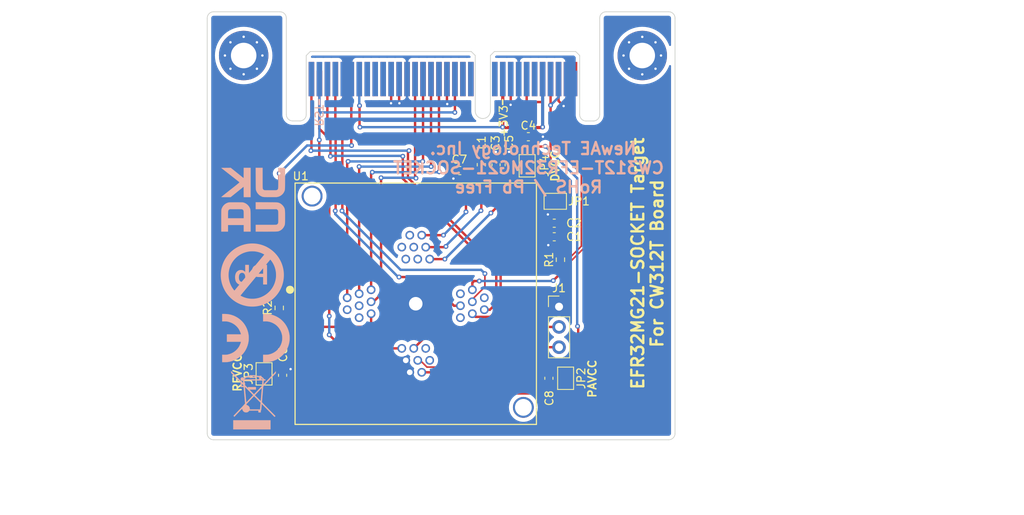
<source format=kicad_pcb>
(kicad_pcb (version 20240108) (generator "pcbnew") (generator_version "8.0")
  (layers (0 "F.Cu" signal) (31 "B.Cu" signal) (34 "B.Paste" user) (35 "F.Paste" user) (36 "B.SilkS" user "B.Silkscreen") (37 "F.SilkS" user "F.Silkscreen") (38 "B.Mask" user) (39 "F.Mask" user) (44 "Edge.Cuts" user))
  (net 0 "")
  (net 1 "+3V3")
  (net 2 "GND")
  (net 3 "Net-(U1-PAVDD)")
  (net 4 "Net-(U1-DVDD)")
  (net 5 "Net-(U1-AVDD)")
  (net 6 "/SHUNTH")
  (net 7 "Net-(U1-RF2G4_IO2)")
  (net 8 "Net-(U1-RF2G4_IO1)")
  (net 9 "/SWCLK")
  (net 16 "/RST")
  (net 17 "/GPIO1")
  (net 18 "Net-(P1-CLKOUT)")
  (net 20 "/GPIO4")
  (net 24 "/GPIO2")
  (net 25 "/FILT")
  (net 33 "Net-(P1-FILTIN)")
  (net 35 "/SWDIO")
  (net 39 "/GPIO3")
  (net 40 "/TDI")
  (net 42 "/TDO")
  (net 44 "/SHUNTL")
  (net 55 "/CLKIN")
  (footprint "Inductor_SMD:L_0603_1608Metric" (layer "F.Cu") (at 144.875 85.162499 -90)
    (property "Reference" "L1" (at -2.762499 -0.025 90) (layer "F.SilkS"))
    (property "Value" "IND_1K_0603")
    (pad "1" smd roundrect (at -0.7875 0 270) (size 0.875 0.95) (layers "F.Cu" "F.Paste" "F.Mask") (net 1 "+3V3"))
    (pad "2" smd roundrect (at 0.7875 0 270) (size 0.875 0.95) (layers "F.Cu" "F.Paste" "F.Mask") (net 5 "Net-(U1-AVDD)"))
  )
  (footprint "Capacitor_SMD:C_0603_1608Metric" (layer "F.Cu") (at 154.025 92.5)
    (property "Reference" "C2" (at 2.475 0 0) (layer "F.SilkS"))
    (property "Value" "CAP_2u2_10V_0603")
    (pad "1" smd roundrect (at -0.775 0) (size 0.9 0.95) (layers "F.Cu" "F.Paste" "F.Mask") (net 2 "GND"))
    (pad "2" smd roundrect (at 0.775 0) (size 0.9 0.95) (layers "F.Cu" "F.Paste" "F.Mask") (net 6 "/SHUNTH"))
  )
  (footprint "tutorial_2_library:CW312_Template" (layer "F.Cu") (at 115.065 71.465)
    (property "Reference" "P1" (hide yes))
    (property "Value" "PCIEx4 EDGE CONNECTOR")
    (fp_line (start -4.57 -4.69) (end -4.57 47.4) (stroke (width 0.1)) (layer "Edge.Cuts"))
    (fp_line (start 4.55 -5.49) (end -3.77 -5.49) (stroke (width 0.1)) (layer "Edge.Cuts"))
    (fp_line (start 5.35 7.4) (end 5.35 -4.69) (stroke (width 0.1)) (layer "Edge.Cuts"))
    (fp_line (start 7.05 8.2) (end 6.15 8.2) (stroke (width 0.1)) (layer "Edge.Cuts"))
    (fp_line (start 7.85 0) (end 8.35 -0.5) (stroke (width 0.1)) (layer "Edge.Cuts"))
    (fp_line (start 7.85 7.4) (end 7.85 0) (stroke (width 0.1)) (layer "Edge.Cuts"))
    (fp_line (start 28.55 -0.5) (end 8.35 -0.5) (stroke (width 0.1)) (layer "Edge.Cuts"))
    (fp_line (start 29.05 0) (end 28.55 -0.5) (stroke (width 0.1)) (layer "Edge.Cuts"))
    (fp_line (start 29.05 6.95) (end 29.05 0) (stroke (width 0.1)) (layer "Edge.Cuts"))
    (fp_line (start 30.95 0) (end 31.45 -0.5) (stroke (width 0.1)) (layer "Edge.Cuts"))
    (fp_line (start 30.95 6.95) (end 30.95 0) (stroke (width 0.1)) (layer "Edge.Cuts"))
    (fp_line (start 41.65 -0.5) (end 31.45 -0.5) (stroke (width 0.1)) (layer "Edge.Cuts"))
    (fp_line (start 42.15 0) (end 41.65 -0.5) (stroke (width 0.1)) (layer "Edge.Cuts"))
    (fp_line (start 42.15 7.41) (end 42.15 0) (stroke (width 0.1)) (layer "Edge.Cuts"))
    (fp_line (start 42.95 8.21) (end 43.86 8.21) (stroke (width 0.1)) (layer "Edge.Cuts"))
    (fp_line (start 44.66 7.41) (end 44.66 -4.69) (stroke (width 0.1)) (layer "Edge.Cuts"))
    (fp_line (start 45.46 -5.49) (end 53.31 -5.49) (stroke (width 0.1)) (layer "Edge.Cuts"))
    (fp_line (start 53.31 48.2) (end -3.77 48.2) (stroke (width 0.1)) (layer "Edge.Cuts"))
    (fp_line (start 54.11 -4.69) (end 54.11 47.4) (stroke (width 0.1)) (layer "Edge.Cuts"))
    (fp_arc (start -4.57 -4.69) (mid -4.335685 -5.255685) (end -3.77 -5.49) (stroke (width 0.1)) (layer "Edge.Cuts"))
    (fp_arc (start -3.77 48.2) (mid -4.335685 47.965685) (end -4.57 47.4) (stroke (width 0.1)) (layer "Edge.Cuts"))
    (fp_arc (start 4.55 -5.49) (mid 5.115685 -5.255685) (end 5.35 -4.69) (stroke (width 0.1)) (layer "Edge.Cuts"))
    (fp_arc (start 6.15 8.2) (mid 5.584315 7.965685) (end 5.35 7.4) (stroke (width 0.1)) (layer "Edge.Cuts"))
    (fp_arc (start 7.85 7.4) (mid 7.615685 7.965685) (end 7.05 8.2) (stroke (width 0.1)) (layer "Edge.Cuts"))
    (fp_arc (start 30.95 6.95) (mid 30 7.9) (end 29.05 6.95) (stroke (width 0.1)) (layer "Edge.Cuts"))
    (fp_arc (start 42.95 8.21) (mid 42.384315 7.975685) (end 42.15 7.41) (stroke (width 0.1)) (layer "Edge.Cuts"))
    (fp_arc (start 44.66 -4.69) (mid 44.894315 -5.255685) (end 45.46 -5.49) (stroke (width 0.1)) (layer "Edge.Cuts"))
    (fp_arc (start 44.66 7.41) (mid 44.425685 7.975685) (end 43.86 8.21) (stroke (width 0.1)) (layer "Edge.Cuts"))
    (fp_arc (start 53.31 -5.49) (mid 53.875685 -5.255685) (end 54.11 -4.69) (stroke (width 0.1)) (layer "Edge.Cuts"))
    (fp_arc (start 54.11 47.4) (mid 53.875685 47.965685) (end 53.31 48.2) (stroke (width 0.1)) (layer "Edge.Cuts"))
    (pad "A1" connect rect (at 41.5 3.5 180) (size 0.7 3.2) (layers "B.Cu" "B.Mask") (net 2 "GND"))
    (pad "A2" connect rect (at 40.5 2.95 180) (size 0.7 4.3) (layers "B.Cu" "B.Mask") (net 2 "GND"))
    (pad "A3" connect rect (at 39.5 2.95 180) (size 0.7 4.3) (layers "B.Cu" "B.Mask") (net 25 "/FILT"))
    (pad "A4" connect rect (at 38.5 2.95 180) (size 0.7 4.3) (layers "B.Cu" "B.Mask"))
    (pad "A5" connect rect (at 37.5 2.95 180) (size 0.7 4.3) (layers "B.Cu" "B.Mask") (net 1 "+3V3"))
    (pad "A6" connect rect (at 36.5 2.95 180) (size 0.7 4.3) (layers "B.Cu" "B.Mask"))
    (pad "A7" connect rect (at 35.5 2.95 180) (size 0.7 4.3) (layers "B.Cu" "B.Mask"))
    (pad "A8" connect rect (at 34.5 2.95 180) (size 0.7 4.3) (layers "B.Cu" "B.Mask") (net 2 "GND"))
    (pad "A9" connect rect (at 33.5 2.95 180) (size 0.7 4.3) (layers "B.Cu" "B.Mask"))
    (pad "A10" connect rect (at 32.5 2.95 180) (size 0.7 4.3) (layers "B.Cu" "B.Mask"))
    (pad "A11" connect rect (at 31.5 2.95 180) (size 0.7 4.3) (layers "B.Cu" "B.Mask"))
    (pad "A12" connect rect (at 28.5 2.95 180) (size 0.7 4.3) (layers "B.Cu" "B.Mask"))
    (pad "A13" connect rect (at 27.5 2.95 180) (size 0.7 4.3) (layers "B.Cu" "B.Mask"))
    (pad "A14" connect rect (at 26.5 2.95 180) (size 0.7 4.3) (layers "B.Cu" "B.Mask"))
    (pad "A15" connect rect (at 25.5 2.95 180) (size 0.7 4.3) (layers "B.Cu" "B.Mask"))
    (pad "A16" connect rect (at 24.5 2.95 180) (size 0.7 4.3) (layers "B.Cu" "B.Mask"))
    (pad "A17" connect rect (at 23.5 2.95 180) (size 0.7 4.3) (layers "B.Cu" "B.Mask"))
    (pad "A18" connect rect (at 22.5 2.95 180) (size 0.7 4.3) (layers "B.Cu" "B.Mask"))
    (pad "A19" connect rect (at 21.5 2.95 180) (size 0.7 4.3) (layers "B.Cu" "B.Mask"))
    (pad "A20" connect rect (at 20.5 2.95 180) (size 0.7 4.3) (layers "B.Cu" "B.Mask") (net 2 "GND"))
    (pad "A21" connect rect (at 19.5 2.95 180) (size 0.7 4.3) (layers "B.Cu" "B.Mask"))
    (pad "A22" connect rect (at 18.5 2.95 180) (size 0.7 4.3) (layers "B.Cu" "B.Mask"))
    (pad "A23" connect rect (at 17.5 2.95 180) (size 0.7 4.3) (layers "B.Cu" "B.Mask"))
    (pad "A24" connect rect (at 16.5 2.95 180) (size 0.7 4.3) (layers "B.Cu" "B.Mask"))
    (pad "A25" connect rect (at 15.5 2.95 180) (size 0.7 4.3) (layers "B.Cu" "B.Mask"))
    (pad "A26" connect rect (at 14.5 2.95 180) (size 0.7 4.3) (layers "B.Cu" "B.Mask") (net 1 "+3V3"))
    (pad "A27" connect rect (at 13.5 2.95 180) (size 0.7 4.3) (layers "B.Cu" "B.Mask") (net 2 "GND"))
    (pad "A28" connect rect (at 12.5 2.95 180) (size 0.7 4.3) (layers "B.Cu" "B.Mask") (net 2 "GND"))
    (pad "A29" connect rect (at 11.5 2.95 180) (size 0.7 4.3) (layers "B.Cu" "B.Mask"))
    (pad "A30" connect rect (at 10.5 2.95 180) (size 0.7 4.3) (layers "B.Cu" "B.Mask"))
    (pad "A31" connect rect (at 9.5 2.95 180) (size 0.7 4.3) (layers "B.Cu" "B.Mask") (net 16 "/RST"))
    (pad "A32" connect rect (at 8.5 2.95 180) (size 0.7 4.3) (layers "B.Cu" "B.Mask"))
    (pad "B1" connect rect (at 41.5 2.95 180) (size 0.7 4.3) (layers "F.Cu" "F.Mask") (net 44 "/SHUNTL"))
    (pad "B2" connect rect (at 40.5 2.95 180) (size 0.7 4.3) (layers "F.Cu" "F.Mask") (net 6 "/SHUNTH"))
    (pad "B3" connect rect (at 39.5 2.95 180) (size 0.7 4.3) (layers "F.Cu" "F.Mask") (net 2 "GND"))
    (pad "B4" connect rect (at 38.5 2.95 180) (size 0.7 4.3) (layers "F.Cu" "F.Mask") (net 25 "/FILT"))
    (pad "B5" connect rect (at 37.5 2.95 180) (size 0.7 4.3) (layers "F.Cu" "F.Mask") (net 33 "Net-(P1-FILTIN)"))
    (pad "B6" connect rect (at 36.5 2.95 180) (size 0.7 4.3) (layers "F.Cu" "F.Mask"))
    (pad "B7" connect rect (at 35.5 2.95 180) (size 0.7 4.3) (layers "F.Cu" "F.Mask") (net 33 "Net-(P1-FILTIN)"))
    (pad "B8" connect rect (at 34.5 2.95 180) (size 0.7 4.3) (layers "F.Cu" "F.Mask"))
    (pad "B9" connect rect (at 33.5 2.95 180) (size 0.7 4.3) (layers "F.Cu" "F.Mask") (net 2 "GND"))
    (pad "B10" connect rect (at 32.5 2.95 180) (size 0.7 4.3) (layers "F.Cu" "F.Mask") (net 1 "+3V3"))
    (pad "B11" connect rect (at 31.5 2.95 180) (size 0.7 4.3) (layers "F.Cu" "F.Mask"))
    (pad "B12" connect rect (at 28.5 2.95 180) (size 0.7 4.3) (layers "F.Cu" "F.Mask"))
    (pad "B13" connect rect (at 27.5 2.95 180) (size 0.7 4.3) (layers "F.Cu" "F.Mask"))
    (pad "B14" connect rect (at 26.5 2.95 180) (size 0.7 4.3) (layers "F.Cu" "F.Mask") (net 16 "/RST"))
    (pad "B15" connect rect (at 25.5 2.95 180) (size 0.7 4.3) (layers "F.Cu" "F.Mask") (net 2 "GND"))
    (pad "B16" connect rect (at 24.5 2.95 180) (size 0.7 4.3) (layers "F.Cu" "F.Mask") (net 17 "/GPIO1"))
    (pad "B17" connect rect (at 23.5 2.95 180) (size 0.7 4.3) (layers "F.Cu" "F.Mask") (net 24 "/GPIO2"))
    (pad "B18" connect rect (at 22.5 2.95 180) (size 0.7 4.3) (layers "F.Cu" "F.Mask") (net 39 "/GPIO3"))
    (pad "B19" connect rect (at 21.5 2.95 180) (size 0.7 4.3) (layers "F.Cu" "F.Mask") (net 20 "/GPIO4"))
    (pad "B20" connect rect (at 20.5 2.95 180) (size 0.7 4.3) (layers "F.Cu" "F.Mask"))
    (pad "B21" connect rect (at 19.5 2.95 180) (size 0.7 4.3) (layers "F.Cu" "F.Mask") (net 2 "GND"))
    (pad "B22" connect rect (at 18.5 2.95 180) (size 0.7 4.3) (layers "F.Cu" "F.Mask") (net 2 "GND"))
    (pad "B23" connect rect (at 17.5 2.95 180) (size 0.7 4.3) (layers "F.Cu" "F.Mask"))
    (pad "B24" connect rect (at 16.5 2.95 180) (size 0.7 4.3) (layers "F.Cu" "F.Mask"))
    (pad "B25" connect rect (at 15.5 2.95 180) (size 0.7 4.3) (layers "F.Cu" "F.Mask"))
    (pad "B26" connect rect (at 14.5 2.95 180) (size 0.7 4.3) (layers "F.Cu" "F.Mask"))
    (pad "B27" connect rect (at 13.5 2.95 180) (size 0.7 4.3) (layers "F.Cu" "F.Mask") (net 18 "Net-(P1-CLKOUT)"))
    (pad "B28" connect rect (at 12.5 2.95 180) (size 0.7 4.3) (layers "F.Cu" "F.Mask"))
    (pad "B29" connect rect (at 11.5 2.95 180) (size 0.7 4.3) (layers "F.Cu" "F.Mask") (net 40 "/TDI"))
    (pad "B30" connect rect (at 10.5 2.95 180) (size 0.7 4.3) (layers "F.Cu" "F.Mask") (net 42 "/TDO"))
    (pad "B31" connect rect (at 9.5 3.5 180) (size 0.7 3.2) (layers "F.Cu" "F.Mask") (net 35 "/SWDIO"))
    (pad "B32" connect rect (at 8.5 2.95 180) (size 0.7 4.3) (layers "F.Cu" "F.Mask") (net 9 "/SWCLK"))
    (pad "MH" thru_hole circle (at -2.35 0) (size 1 1) (drill 0.3) (layers "*.Cu" "*.Mask"))
    (pad "MH" thru_hole circle (at -1.66 -1.66) (size 1 1) (drill 0.3) (layers "*.Cu" "*.Mask"))
    (pad "MH" thru_hole circle (at -1.66 1.66) (size 1 1) (drill 0.3) (layers "*.Cu" "*.Mask"))
    (pad "MH" thru_hole circle (at 0 -2.35) (size 1 1) (drill 0.3) (layers "*.Cu" "*.Mask"))
    (pad "MH" thru_hole circle (at 0 0) (size 6.2 6.2) (drill 3.2) (layers "*.Cu" "*.Mask"))
    (pad "MH" thru_hole circle (at 0 2.35) (size 1 1) (drill 0.3) (layers "*.Cu" "*.Mask"))
    (pad "MH" thru_hole circle (at 1.66 -1.66) (size 1 1) (drill 0.3) (layers "*.Cu" "*.Mask"))
    (pad "MH" thru_hole circle (at 1.66 1.66) (size 1 1) (drill 0.3) (layers "*.Cu" "*.Mask"))
    (pad "MH" thru_hole circle (at 2.35 0) (size 1 1) (drill 0.3) (layers "*.Cu" "*.Mask"))
    (pad "MH" thru_hole circle (at 47.65 0) (size 1 1) (drill 0.3) (layers "*.Cu" "*.Mask"))
    (pad "MH" thru_hole circle (at 48.34 -1.66) (size 1 1) (drill 0.3) (layers "*.Cu" "*.Mask"))
    (pad "MH" thru_hole circle (at 48.34 1.66) (size 1 1) (drill 0.3) (layers "*.Cu" "*.Mask"))
    (pad "MH" thru_hole circle (at 50 -2.34) (size 1 1) (drill 0.3) (layers "*.Cu" "*.Mask"))
    (pad "MH" thru_hole circle (at 50 0) (size 6.2 6.2) (drill 3.2) (layers "*.Cu" "*.Mask"))
    (pad "MH" thru_hole circle (at 50 2.36) (size 1 1) (drill 0.3) (layers "*.Cu" "*.Mask"))
    (pad "MH" thru_hole circle (at 51.66 -1.66) (size 1 1) (drill 0.3) (layers "*.Cu" "*.Mask"))
    (pad "MH" thru_hole circle (at 51.66 1.66) (size 1 1) (drill 0.3) (layers "*.Cu" "*.Mask"))
    (pad "MH" thru_hole circle (at 52.35 0) (size 1 1) (drill 0.3) (layers "*.Cu" "*.Mask"))
  )
  (footprint "Silkscrren_Symbols:CE-Logo_8.5x6mm_SilkScreen" (layer "F.Cu") (at 116.6 106.9)
    (property "Reference" "PCB1" (hide yes))
    (property "Value" "CE Symbol" (hide yes))
  )
  (footprint "Jumper:SolderJumper-2_P1.3mm_Bridged2Bar_Pad1.0x1.5mm" (layer "F.Cu") (at 150.625 85.300001 90)
    (property "Reference" "JP4" (at -0.024999 2.175 90) (layer "F.SilkS"))
    (property "Value" "~")
    (fp_poly (pts (xy -0.25 -0.6) (xy 0.25 -0.6) (xy 0.25 -0.2) (xy -0.25 -0.2)) (fill solid) (layer "F.Cu"))
    (fp_poly (pts (xy -0.25 0.2) (xy 0.25 0.2) (xy 0.25 0.6) (xy -0.25 0.6)) (fill solid) (layer "F.Cu"))
    (pad "1" smd rect (at -0.649999 0 90) (size 1 1.5) (layers "F.Cu" "F.Mask") (net 4 "Net-(U1-DVDD)"))
    (pad "2" smd rect (at 0.649999 0 90) (size 1 1.5) (layers "F.Cu" "F.Mask") (net 1 "+3V3"))
  )
  (footprint "Jumper:SolderJumper-2_P1.3mm_Bridged2Bar_Pad1.0x1.5mm" (layer "F.Cu") (at 117.625 111.400001 -90)
    (property "Reference" "JP3" (at -0.000001 1.95 90) (layer "F.SilkS"))
    (property "Value" "~")
    (fp_poly (pts (xy -0.25 0.2) (xy 0.25 0.2) (xy 0.25 0.6) (xy -0.25 0.6)) (fill solid) (layer "F.Cu"))
    (fp_poly (pts (xy -0.25 -0.6) (xy 0.25 -0.6) (xy 0.25 -0.2) (xy -0.25 -0.2)) (fill solid) (layer "F.Cu"))
    (pad "1" smd rect (at -0.649999 0 270) (size 1 1.5) (layers "F.Cu" "F.Mask") (net 2 "GND"))
    (pad "2" smd rect (at 0.649999 0 270) (size 1 1.5) (layers "F.Cu" "F.Mask") (net 1 "+3V3"))
  )
  (footprint "Capacitor_SMD:C_0603_1608Metric" (layer "F.Cu") (at 154.025 94.2)
    (property "Reference" "C1" (at 2.475 0 0) (layer "F.SilkS"))
    (property "Value" "CAP_100n_10V_0603")
    (pad "1" smd roundrect (at -0.775 0) (size 0.9 0.95) (layers "F.Cu" "F.Paste" "F.Mask") (net 2 "GND"))
    (pad "2" smd roundrect (at 0.775 0) (size 0.9 0.95) (layers "F.Cu" "F.Paste" "F.Mask") (net 6 "/SHUNTH"))
  )
  (footprint "Resistor_SMD:R_0603_1608Metric" (layer "F.Cu") (at 154.8 97.075 90)
    (property "Reference" "R1" (at 0 -1.43 90) (layer "F.SilkS"))
    (property "Value" "RES_22R_0603")
    (pad "1" smd roundrect (at -0.825 0 90) (size 0.8 0.95) (layers "F.Cu" "F.Paste" "F.Mask") (net 44 "/SHUNTL"))
    (pad "2" smd roundrect (at 0.825 0 90) (size 0.8 0.95) (layers "F.Cu" "F.Paste" "F.Mask") (net 6 "/SHUNTH"))
  )
  (footprint "Capacitor_SMD:C_0603_1608Metric" (layer "F.Cu") (at 148.375 85.175 -90)
    (property "Reference" "C5" (at -2.775 0.025 90) (layer "F.SilkS"))
    (property "Value" "CAP_100n_10V_0603")
    (pad "1" smd roundrect (at -0.775 0 270) (size 0.9 0.95) (layers "F.Cu" "F.Paste" "F.Mask") (net 2 "GND"))
    (pad "2" smd roundrect (at 0.775 0 270) (size 0.9 0.95) (layers "F.Cu" "F.Paste" "F.Mask") (net 4 "Net-(U1-DVDD)"))
  )
  (footprint "Connector_PinHeader_2.54mm:PinHeader_1x03_P2.54mm_Vertical" (layer "F.Cu") (at 154.625 102.97)
    (property "Reference" "J1" (at 0 -2.33 0) (layer "F.SilkS"))
    (property "Value" "1x3 straight header pins")
    (pad "1" thru_hole rect (at 0 0) (size 1.7 1.7) (drill 1) (layers "*.Cu" "*.Mask") (net 2 "GND"))
    (pad "2" thru_hole oval (at 0 2.54) (size 1.7 1.7) (drill 1) (layers "*.Cu" "*.Mask") (net 7 "Net-(U1-RF2G4_IO2)"))
    (pad "3" thru_hole oval (at 0 5.08) (size 1.7 1.7) (drill 1) (layers "*.Cu" "*.Mask") (net 8 "Net-(U1-RF2G4_IO1)"))
  )
  (footprint "Capacitor_SMD:C_0603_1608Metric" (layer "F.Cu") (at 153.35 111.95 90)
    (property "Reference" "C8" (at -2.5 0.05 90) (layer "F.SilkS"))
    (property "Value" "CAP_100n_10V_0603")
    (pad "1" smd roundrect (at -0.775 0 90) (size 0.9 0.95) (layers "F.Cu" "F.Paste" "F.Mask") (net 2 "GND"))
    (pad "2" smd roundrect (at 0.775 0 90) (size 0.9 0.95) (layers "F.Cu" "F.Paste" "F.Mask") (net 3 "Net-(U1-PAVDD)"))
  )
  (footprint "Capacitor_SMD:C_0603_1608Metric" (layer "F.Cu") (at 150.775 81.65 180)
    (property "Reference" "C4" (at 0 1.4 0) (layer "F.SilkS"))
    (property "Value" "CAP_2u2_10V_0603")
    (pad "1" smd roundrect (at -0.775 0 180) (size 0.9 0.95) (layers "F.Cu" "F.Paste" "F.Mask") (net 2 "GND"))
    (pad "2" smd roundrect (at 0.775 0 180) (size 0.9 0.95) (layers "F.Cu" "F.Paste" "F.Mask") (net 1 "+3V3"))
  )
  (footprint "Jumper:SolderJumper-2_P1.3mm_Bridged2Bar_Pad1.0x1.5mm" (layer "F.Cu") (at 155.45 111.950001 -90)
    (property "Reference" "JP2" (at -0.000001 -1.95 90) (layer "F.SilkS"))
    (property "Value" "~")
    (fp_poly (pts (xy -0.25 0.2) (xy 0.25 0.2) (xy 0.25 0.6) (xy -0.25 0.6)) (fill solid) (layer "F.Cu"))
    (fp_poly (pts (xy -0.25 -0.6) (xy 0.25 -0.6) (xy 0.25 -0.2) (xy -0.25 -0.2)) (fill solid) (layer "F.Cu"))
    (pad "1" smd rect (at -0.649999 0 270) (size 1 1.5) (layers "F.Cu" "F.Mask") (net 3 "Net-(U1-PAVDD)"))
    (pad "2" smd rect (at 0.649999 0 270) (size 1 1.5) (layers "F.Cu" "F.Mask") (net 1 "+3V3"))
  )
  (footprint "Capacitor_SMD:C_0603_1608Metric" (layer "F.Cu") (at 146.725 85.175 -90)
    (property "Reference" "C3" (at -2.725 0.075 90) (layer "F.SilkS"))
    (property "Value" "CAP_100n_10V_0603")
    (pad "1" smd roundrect (at -0.775 0 270) (size 0.9 0.95) (layers "F.Cu" "F.Paste" "F.Mask") (net 2 "GND"))
    (pad "2" smd roundrect (at 0.775 0 270) (size 0.9 0.95) (layers "F.Cu" "F.Paste" "F.Mask") (net 5 "Net-(U1-AVDD)"))
  )
  (footprint "Capacitor_SMD:C_0603_1608Metric" (layer "F.Cu") (at 119.95 111.575 -90)
    (property "Reference" "C6" (at -2.625 -0.05 90) (layer "F.SilkS"))
    (property "Value" "CAP_100n_10V_0603")
    (pad "1" smd roundrect (at -0.775 0 270) (size 0.9 0.95) (layers "F.Cu" "F.Paste" "F.Mask") (net 2 "GND"))
    (pad "2" smd roundrect (at 0.775 0 270) (size 0.9 0.95) (layers "F.Cu" "F.Paste" "F.Mask") (net 2 "GND"))
  )
  (footprint "Silkscrren_Symbols:WEEE-Logo_5.6x8mm_SilkScreen" (layer "F.Cu") (at 115.216666 114.353985)
    (property "Reference" "PCB4" (hide yes))
    (property "Value" "WEEE SYMBOL" (hide yes))
  )
  (footprint "Silkscrren_Symbols:UKCA-Logo_8x8mm_SilkScreen" (layer "F.Cu") (at 115.619899 89.550334)
    (property "Reference" "PCB3" (hide yes))
    (property "Value" "UKCA symbol" (hide yes))
  )
  (footprint "Resistor_SMD:R_0603_1608Metric" (layer "F.Cu") (at 119.525 103.125 -90)
    (property "Reference" "R2" (at -0.025 1.45 90) (layer "F.SilkS"))
    (property "Value" "RES_22R_0603")
    (pad "1" smd roundrect (at -0.825 0 270) (size 0.8 0.95) (layers "F.Cu" "F.Paste" "F.Mask") (net 18 "Net-(P1-CLKOUT)"))
    (pad "2" smd roundrect (at 0.825 0 270) (size 0.8 0.95) (layers "F.Cu" "F.Paste" "F.Mask") (net 55 "/CLKIN"))
  )
  (footprint "Jumper:SolderJumper-2_P1.3mm_Bridged2Bar_Pad1.0x1.5mm" (layer "F.Cu") (at 154.15 89.75)
    (property "Reference" "JP1" (at 2.975 0 0) (layer "F.SilkS"))
    (property "Value" "~")
    (fp_poly (pts (xy -0.25 -0.6) (xy 0.25 -0.6) (xy 0.25 -0.2) (xy -0.25 -0.2)) (fill solid) (layer "F.Cu"))
    (fp_poly (pts (xy -0.25 0.2) (xy 0.25 0.2) (xy 0.25 0.6) (xy -0.25 0.6)) (fill solid) (layer "F.Cu"))
    (pad "1" smd rect (at -0.65 0) (size 1 1.5) (layers "F.Cu" "F.Mask") (net 25 "/FILT"))
    (pad "2" smd rect (at 0.65 0) (size 1 1.5) (layers "F.Cu" "F.Mask") (net 6 "/SHUNTH"))
  )
  (footprint "tutorial_2_library:CONN_232-5205-01_3MM" (layer "F.Cu") (at 131.05057 100.848669 90)
    (property "Reference" "U1" (at 14.248669 -8.82557 0) (layer "F.SilkS"))
    (property "Value" "EFR32MG21A020F1024IM32-BR")
    (pad "1" thru_hole circle (at 0 0 90) (size 1.0922 1.0922) (drill 0.7112) (layers "*.Cu" "*.Mask") (net 17 "/GPIO1"))
    (pad "2" thru_hole circle (at -0.50038 -1.500001 90) (size 1.0922 1.0922) (drill 0.7112) (layers "*.Cu" "*.Mask") (net 24 "/GPIO2"))
    (pad "3" thru_hole circle (at -1.00076 -3.000001 90) (size 1.0922 1.0922) (drill 0.7112) (layers "*.Cu" "*.Mask") (net 39 "/GPIO3"))
    (pad "4" thru_hole circle (at -1.50114 0 90) (size 1.0922 1.0922) (drill 0.7112) (layers "*.Cu" "*.Mask") (net 20 "/GPIO4"))
    (pad "5" thru_hole circle (at -2.00152 -1.500001 90) (size 1.0922 1.0922) (drill 0.7112) (layers "*.Cu" "*.Mask"))
    (pad "6" thru_hole circle (at -2.5019 -3.000001 90) (size 1.0922 1.0922) (drill 0.7112) (layers "*.Cu" "*.Mask"))
    (pad "7" thru_hole circle (at -3.00228 0 90) (size 1.0922 1.0922) (drill 0.7112) (layers "*.Cu" "*.Mask") (net 55 "/CLKIN"))
    (pad "8" thru_hole circle (at -3.50266 -1.500001 90) (size 1.0922 1.0922) (drill 0.7112) (layers "*.Cu" "*.Mask"))
    (pad "9" thru_hole circle (at -7.351329 3.84867 180) (size 1.0922 1.0922) (drill 0.7112) (layers "*.Cu" "*.Mask") (net 16 "/RST"))
    (pad "10" thru_hole circle (at -8.851331 4.34905 180) (size 1.0922 1.0922) (drill 0.7112) (layers "*.Cu" "*.Mask") (net 2 "GND"))
    (pad "11" thru_hole circle (at -10.351331 4.84943 180) (size 1.0922 1.0922) (drill 0.7112) (layers "*.Cu" "*.Mask") (net 2 "GND"))
    (pad "12" thru_hole circle (at -7.351329 5.34981 180) (size 1.0922 1.0922) (drill 0.7112) (layers "*.Cu" "*.Mask") (net 7 "Net-(U1-RF2G4_IO2)"))
    (pad "13" thru_hole circle (at -8.851331 5.85019 180) (size 1.0922 1.0922) (drill 0.7112) (layers "*.Cu" "*.Mask") (net 8 "Net-(U1-RF2G4_IO1)"))
    (pad "14" thru_hole circle (at -10.351331 6.35057 180) (size 1.0922 1.0922) (drill 0.7112) (layers "*.Cu" "*.Mask") (net 3 "Net-(U1-PAVDD)"))
    (pad "15" thru_hole circle (at -7.351329 6.85095 180) (size 1.0922 1.0922) (drill 0.7112) (layers "*.Cu" "*.Mask"))
    (pad "16" thru_hole circle (at -8.851331 7.35133 180) (size 1.0922 1.0922) (drill 0.7112) (layers "*.Cu" "*.Mask"))
    (pad "17" thru_hole circle (at -3.50266 11.199999 90) (size 1.0922 1.0922) (drill 0.7112) (layers "*.Cu" "*.Mask"))
    (pad "18" thru_hole circle (at -3.00228 12.700001 90) (size 1.0922 1.0922) (drill 0.7112) (layers "*.Cu" "*.Mask") (net 9 "/SWCLK"))
    (pad "19" thru_hole circle (at -2.5019 14.200001 90) (size 1.0922 1.0922) (drill 0.7112) (layers "*.Cu" "*.Mask") (net 35 "/SWDIO"))
    (pad "20" thru_hole circle (at -2.00152 11.199999 90) (size 1.0922 1.0922) (drill 0.7112) (layers "*.Cu" "*.Mask") (net 42 "/TDO"))
    (pad "21" thru_hole circle (at -1.50114 12.700001 90) (size 1.0922 1.0922) (drill 0.7112) (layers "*.Cu" "*.Mask") (net 40 "/TDI"))
    (pad "22" thru_hole circle (at -1.00076 14.200001 90) (size 1.0922 1.0922) (drill 0.7112) (layers "*.Cu" "*.Mask"))
    (pad "23" thru_hole circle (at -0.50038 11.199999 90) (size 1.0922 1.0922) (drill 0.7112) (layers "*.Cu" "*.Mask"))
    (pad "24" thru_hole circle (at 0 12.700001 90) (size 1.0922 1.0922) (drill 0.7112) (layers "*.Cu" "*.Mask") (net 44 "/SHUNTL"))
    (pad "25" thru_hole circle (at 3.848669 7.35133 180) (size 1.0922 1.0922) (drill 0.7112) (layers "*.Cu" "*.Mask") (net 4 "Net-(U1-DVDD)"))
    (pad "26" thru_hole circle (at 5.348671 6.85095 180) (size 1.0922 1.0922) (drill 0.7112) (layers "*.Cu" "*.Mask") (net 5 "Net-(U1-AVDD)"))
    (pad "27" thru_hole circle (at 6.848671 6.35057 180) (size 1.0922 1.0922) (drill 0.7112) (layers "*.Cu" "*.Mask") (net 1 "+3V3"))
    (pad "28" thru_hole circle (at 3.848669 5.85019 180) (size 1.0922 1.0922) (drill 0.7112) (layers "*.Cu" "*.Mask"))
    (pad "29" thru_hole circle (at 5.348671 5.34981 180) (size 1.0922 1.0922) (drill 0.7112) (layers "*.Cu" "*.Mask"))
    (pad "30" thru_hole circle (at 6.848671 4.84943 180) (size 1.0922 1.0922) (drill 0.7112) (layers "*.Cu" "*.Mask"))
    (pad "31" thru_hole circle (at 3.848669 4.34905 180) (size 1.0922 1.0922) (drill 0.7112) (layers "*.Cu" "*.Mask"))
    (pad "32" thru_hole circle (at 5.348671 3.84867 180) (size 1.0922 1.0922) (drill 0.7112) (layers "*.Cu" "*.Mask"))
    (pad "33" thru_hole circle (at -1.75133 5.6 90) (size 2.2098 2.2098) (drill 1.7018) (layers "*.Cu" "*.Mask") (net 2 "GND"))
    (pad "34" thru_hole circle (at -14.751329 19.100001 90) (size 2.6162 2.6162) (drill 2.1082) (layers "*.Cu" "*.Mask"))
    (pad "35" thru_hole circle (at 11.748671 -7.399999 90) (size 2.6162 2.6162) (drill 2.1082) (layers "*.Cu" "*.Mask"))
  )
  (footprint "Capacitor_SMD:C_0603_1608Metric" (layer "F.Cu") (at 142.175 85.9)
    (property "Reference" "C7" (at -0.05 -1.4 0) (layer "F.SilkS"))
    (property "Value" "CAP_100n_10V_0603")
    (pad "1" smd roundrect (at -0.775 0) (size 0.9 0.95) (layers "F.Cu" "F.Paste" "F.Mask") (net 2 "GND"))
    (pad "2" smd roundrect (at 0.775 0) (size 0.9 0.95) (layers "F.Cu" "F.Paste" "F.Mask") (net 1 "+3V3"))
  )
  (footprint "Silkscrren_Symbols:Pb_Free_8.0x8.0mm_SilkScreen" (layer "F.Cu") (at 115.417091 98.999209)
    (property "Reference" "PCB2" (hide yes))
    (property "Value" "Pb_Free Symbol" (hide yes))
  )
  (gr_line (start 124.55 77) (end 124.55 77.6) (stroke (width 0.2)) (layer "B.SilkS"))
  (gr_line (start 147.55 77) (end 147.55 77.6) (stroke (width 0.2)) (layer "F.SilkS"))
  (gr_text "NewAE Technology Inc. \nCW312T-EFR32MG21-SOCKET\nRoHS / Pb Free" (at 150.8 88.85 0) (layer "B.SilkS") (effects (font (size 1.5 1.5) (thickness 0.3) (bold yes)) (justify bottom mirror)))
  (gr_text "RST" (at 123.9 80.45 -90) (layer "B.SilkS") (effects (font (size 1 1)) (justify left bottom mirror)))
  (gr_text "PAVCC" (at 159.375 114.5 90) (layer "F.SilkS") (effects (font (size 1 1) (thickness 0.2) (bold yes)) (justify left bottom)))
  (gr_text "RFVCC" (at 114.875 113.75 90) (layer "F.SilkS") (effects (font (size 1 1) (thickness 0.2) (bold yes)) (justify left bottom)))
  (gr_text "+3V3" (at 148.25 81.8 90) (layer "F.SilkS") (effects (font (size 1 1)) (justify left bottom)))
  (gr_text "DVCC" (at 154.725 87.4 90) (layer "F.SilkS") (effects (font (size 1 1) (thickness 0.2) (bold yes)) (justify left bottom)))
  (gr_text "EFR32MG21-SOCKET Target\nFor CW312T Board" (at 167.8 97.55 90) (layer "F.SilkS") (effects (font (size 1.5 1.5) (thickness 0.3) (bold yes)) (justify bottom)))
  (segment (start 144.875 84.374998) (end 143.500002 84.374998) (width 0.3) (layer "F.Cu") (net 1))
  (segment (start 147.565 80.485) (end 147.565 74.415) (width 0.4) (layer "F.Cu") (net 1))
  (segment (start 142.95 91.075) (end 142.95 85.9) (width 0.3) (layer "F.Cu") (net 1))
  (segment (start 152.5 80.5) (end 147.55 80.5) (width 0.4) (layer "F.Cu") (net 1))
  (segment (start 157.025 111.95) (end 156.375 112.6) (width 0.3) (layer "F.Cu") (net 1))
  (segment (start 157.025 105.5) (end 157.025 111.95) (width 0.3) (layer "F.Cu") (net 1))
  (segment (start 147.55 80.5) (end 147.565 80.485) (width 0.4) (layer "F.Cu") (net 1))
  (segment (start 140.125 94) (end 137.401142 94) (width 0.3) (layer "F.Cu") (net 1))
  (segment (start 150 82.625) (end 150.725 83.35) (width 0.3) (layer "F.Cu") (net 1))
  (segment (start 145.675 82.9) (end 144.875 83.7) (width 0.3) (layer "F.Cu") (net 1))
  (segment (start 150 80.5) (end 150 81.65) (width 0.3) (layer "F.Cu") (net 1))
  (segment (start 150 81.65) (end 150 82.625) (width 0.3) (layer "F.Cu") (net 1))
  (segment (start 129.6 80.4) (end 129.65 80.45) (width 0.2) (layer "F.Cu") (net 1))
  (segment (start 137.401142 94) (end 137.40114 93.999998) (width 0.3) (layer "F.Cu") (net 1))
  (segment (start 152.565 80.435) (end 152.5 80.5) (width 0.4) (layer "F.Cu") (net 1))
  (segment (start 150.725 83.35) (end 150.725 84.650002) (width 0.3) (layer "F.Cu") (net 1))
  (segment (start 156.375 112.6) (end 155.45 112.6) (width 0.3) (layer "F.Cu") (net 1))
  (segment (start 143.500002 84.374998) (end 142.95 84.925) (width 0.3) (layer "F.Cu") (net 1))
  (segment (start 154.2 113.85) (end 155.45 112.6) (width 0.3) (layer "F.Cu") (net 1))
  (segment (start 150.875 84.500002) (end 150.725 84.650002) (width 0.4) (layer "F.Cu") (net 1))
  (segment (start 152.9 82.85) (end 152.8625 82.8875) (width 0.3) (layer "F.Cu") (net 1))
  (segment (start 142.95 84.925) (end 142.95 85.9) (width 0.3) (layer "F.Cu") (net 1))
  (segment (start 147.55 80.45) (end 147.55 80.5) (width 0.2) (layer "F.Cu") (net 1))
  (segment (start 150.2625 82.8875) (end 150.25 82.9) (width 0.3) (layer "F.Cu") (net 1))
  (segment (start 150.25 82.9) (end 145.675 82.9) (width 0.3) (layer "F.Cu") (net 1))
  (segment (start 117.65 112.099999) (end 117.65 113.275) (width 0.3) (layer "F.Cu") (net 1))
  (segment (start 129.6 77.75) (end 129.6 80.4) (width 0.3) (layer "F.Cu") (net 1))
  (segment (start 152.8625 82.8875) (end 150.2625 82.8875) (width 0.3) (layer "F.Cu") (net 1))
  (segment (start 117.65 113.275) (end 118.225 113.85) (width 0.3) (layer "F.Cu") (net 1))
  (segment (start 118.225 113.85) (end 154.2 113.85) (width 0.3) (layer "F.Cu") (net 1))
  (segment (start 156.95 105.425) (end 157.025 105.5) (width 0.3) (layer "F.Cu") (net 1))
  (segment (start 144.875 83.7) (end 144.875 84.374998) (width 0.3) (layer "F.Cu") (net 1))
  (via (at 129.65 80.45) (size 0.6) (drill 0.3) (layers "F.Cu" "B.Cu") (net 1))
  (via (at 142.95 91.075) (size 0.6) (drill 0.3) (layers "F.Cu" "B.Cu") (net 1))
  (via (at 140.125 94) (size 0.6) (drill 0.3) (layers "F.Cu" "B.Cu") (net 1))
  (via (at 147.55 80.45) (size 0.6) (drill 0.3) (layers "F.Cu" "B.Cu") (net 1))
  (via (at 156.95 105.425) (size 0.6) (drill 0.3) (layers "F.Cu" "B.Cu") (net 1))
  (via (at 152.9 82.85) (size 0.6) (drill 0.3) (layers "F.Cu" "B.Cu") (net 1))
  (via (at 152.565 80.435) (size 0.6) (drill 0.3) (layers "F.Cu" "B.Cu") (net 1))
  (via (at 129.6 77.75) (size 0.6) (drill 0.3) (layers "F.Cu" "B.Cu") (net 1))
  (segment (start 152.5 80.37) (end 152.565 80.435) (width 0.2) (layer "B.Cu") (net 1))
  (segment (start 156.95 105.425) (end 156.9 105.375) (width 0.3) (layer "B.Cu") (net 1))
  (segment (start 129.565 77.715) (end 129.6 77.75) (width 0.2) (layer "B.Cu") (net 1))
  (segment (start 156.9 86.85) (end 152.9 82.85) (width 0.3) (layer "B.Cu") (net 1))
  (segment (start 152.565 80.435) (end 152.565 74.415) (width 0.4) (layer "B.Cu") (net 1))
  (segment (start 142.95 91.075) (end 142.95 91.175) (width 0.3) (layer "B.Cu") (net 1))
  (segment (start 142.95 91.175) (end 140.125 94) (width 0.3) (layer "B.Cu") (net 1))
  (segment (start 129.565 74.415) (end 129.565 77.715) (width 0.3) (layer "B.Cu") (net 1))
  (segment (start 129.65 80.45) (end 147.55 80.45) (width 0.3) (layer "B.Cu") (net 1))
  (segment (start 156.9 105.375) (end 156.9 86.85) (width 0.3) (layer "B.Cu") (net 1))
  (segment (start 136.525 112.725) (end 153.35 112.725) (width 0.3) (layer "F.Cu") (net 2))
  (segment (start 140.565 74.415) (end 140.565 77.515) (width 0.3) (layer "F.Cu") (net 2))
  (segment (start 153.25 95.225) (end 153.275 95.25) (width 0.2) (layer "F.Cu") (net 2))
  (segment (start 153.25 94.2) (end 153.25 95.225) (width 0.3) (layer "F.Cu") (net 2))
  (segment (start 148.35 83.55) (end 148.35 84.375) (width 0.3) (layer "F.Cu") (net 2))
  (segment (start 119.95 110.8) (end 117.650001 110.8) (width 0.3) (layer "F.Cu") (net 2))
  (segment (start 141.4 85.9) (end 141.4 86.875) (width 0.3) (layer "F.Cu") (net 2))
  (segment (start 146.7 84.375) (end 146.725 84.4) (width 0.3) (layer "F.Cu") (net 2))
  (segment (start 124.95 112.35) (end 119.95 112.35) (width 0.3) (layer "F.Cu") (net 2))
  (segment (start 117.650001 110.8) (end 117.65 110.800001) (width 0.2) (layer "F.Cu") (net 2))
  (segment (start 152.6 81.65) (end 152.575 81.625) (width 0.3) (layer "F.Cu") (net 2))
  (segment (start 148.35 84.375) (end 148.375 84.4) (width 0.3) (layer "F.Cu") (net 2))
  (segment (start 155.2 77.8) (end 154.565 77.165) (width 0.3) (layer "F.Cu") (net 2))
  (segment (start 153.25 92.5) (end 153.25 91.425) (width 0.3) (layer "F.Cu") (net 2))
  (segment (start 135.9 110.725) (end 135.39962 110.22462) (width 0.3) (layer "F.Cu") (net 2))
  (segment (start 134.565 77.415) (end 134.6 77.45) (width 0.2) (layer "F.Cu") (net 2))
  (segment (start 135.9 111.2) (end 135.9 110.725) (width 0.3) (layer "F.Cu") (net 2))
  (segment (start 148.565 74.415) (end 148.565 77.635) (width 0.3) (layer "F.Cu") (net 2))
  (segment (start 135.39962 109.7) (end 127.6 109.7) (width 0.3) (layer "F.Cu") (net 2))
  (segment (start 141.4 86.875) (end 141.375 86.9) (width 0.2) (layer "F.Cu") (net 2))
  (segment (start 133.565 74.415) (end 133.565 77.435) (width 0.3) (layer "F.Cu") (net 2))
  (segment (start 133.565 77.435) (end 133.55 77.45) (width 0.2) (layer "F.Cu") (net 2))
  (segment (start 119.925 110.8) (end 120.95 110.8) (width 0.3) (layer "F.Cu") (net 2))
  (segment (start 153.25 91.425) (end 153.225 91.4) (width 0.2) (layer "F.Cu") (net 2))
  (segment (start 146.7 83.55) (end 146.7 84.375) (width 0.3) (layer "F.Cu") (net 2))
  (segment (start 135.39962 110.22462) (end 135.39962 109.7) (width 0.3) (layer "F.Cu") (net 2))
  (segment (start 140.565 77.515) (end 140.6 77.55) (width 0.2) (layer "F.Cu") (net 2))
  (segment (start 127.6 109.7) (end 124.95 112.35) (width 0.3) (layer "F.Cu") (net 2))
  (segment (start 135.9 111.2) (end 135.9 112.1) (width 0.3) (layer "F.Cu") (net 2))
  (segment (start 135.9 112.1) (end 136.525 112.725) (width 0.3) (layer "F.Cu") (net 2))
  (segment (start 134.565 74.415) (end 134.565 77.415) (width 0.3) (layer "F.Cu") (net 2))
  (segment (start 154.565 77.165) (end 154.565 74.415) (width 0.3) (layer "F.Cu") (net 2))
  (segment (start 148.565 77.635) (end 148.55 77.65) (width 0.2) (layer "F.Cu") (net 2))
  (segment (start 152.575 81.625) (end 151.575 81.625) (width 0.3) (layer "F.Cu") (net 2))
  (via (at 148.35 83.55) (size 0.6) (drill 0.3) (layers "F.Cu" "B.Cu") (net 2))
  (via (at 152.6 81.65) (size 0.6) (drill 0.3) (layers "F.Cu" "B.Cu") (net 2))
  (via (at 133.55 77.45) (size 0.6) (drill 0.3) (layers "F.Cu" "B.Cu") (net 2))
  (via (at 153.225 91.4) (size 0.6) (drill 0.3) (layers "F.Cu" "B.Cu") (net 2))
  (via (at 140.6 77.55) (size 0.6) (drill 0.3) (layers "F.Cu" "B.Cu") (net 2))
  (via (at 155.2 77.8) (size 0.6) (drill 0.3) (layers "F.Cu" "B.Cu") (net 2))
  (via (at 134.6 77.45) (size 0.6) (drill 0.3) (layers "F.Cu" "B.Cu") (net 2))
  (via (at 146.7 83.55) (size 0.6) (drill 0.3) (layers "F.Cu" "B.Cu") (net 2))
  (via (at 153.275 95.25) (size 0.6) (drill 0.3) (layers "F.Cu" "B.Cu") (net 2))
  (via (at 141.375 86.9) (size 0.6) (drill 0.3) (layers "F.Cu" "B.Cu") (net 2))
  (via (at 120.95 110.8) (size 0.6) (drill 0.3) (layers "F.Cu" "B.Cu") (net 2))
  (via (at 148.55 77.65) (size 0.6) (drill 0.3) (layers "F.Cu" "B.Cu") (net 2))
  (segment (start 153.175 111) (end 153.35 111.175) (width 0.3) (layer "F.Cu") (net 3))
  (segment (start 153.35 111.175) (end 155.474998 111.175) (width 0.3) (layer "F.Cu") (net 3))
  (segment (start 137.40114 111.2) (end 153.225 111.2) (width 0.3) (layer "F.Cu") (net 3))
  (segment (start 140.3 97) (end 138.4019 97) (width 0.3) (layer "F.Cu") (net 4))
  (segment (start 150.625 85.95) (end 148.375 85.95) (width 0.3) (layer "F.Cu") (net 4))
  (segment (start 148.375 88.925) (end 148.375 85.95) (width 0.3) (layer "F.Cu") (net 4))
  (segment (start 146.075 91.225) (end 148.375 88.925) (width 0.3) (layer "F.Cu") (net 4))
  (via (at 146.075 91.225) (size 0.6) (drill 0.3) (layers "F.Cu" "B.Cu") (net 4))
  (via (at 140.3 97) (size 0.6) (drill 0.3) (layers "F.Cu" "B.Cu") (net 4))
  (segment (start 146.075 91.225) (end 140.3 97) (width 0.3) (layer "B.Cu") (net 4))
  (segment (start 146.725 85.95) (end 144.875 85.95) (width 0.3) (layer "F.Cu") (net 5))
  (segment (start 140.4375 95.4125) (end 140.350002 95.499998) (width 0.3) (layer "F.Cu") (net 5))
  (segment (start 140.350002 95.499998) (end 137.90152 95.499998) (width 0.3) (layer "F.Cu") (net 5))
  (segment (start 144.875 90.875) (end 144.875 85.95) (width 0.3) (layer "F.Cu") (net 5))
  (segment (start 144.825 90.925) (end 144.875 90.875) (width 0.3) (layer "F.Cu") (net 5))
  (via (at 144.825 90.925) (size 0.6) (drill 0.3) (layers "F.Cu" "B.Cu") (net 5))
  (via (at 140.4375 95.4125) (size 0.6) (drill 0.3) (layers "F.Cu" "B.Cu") (net 5))
  (segment (start 140.4375 95.4125) (end 140.4375 95.3125) (width 0.2) (layer "B.Cu") (net 5))
  (segment (start 144.825 90.925) (end 140.4375 95.3125) (width 0.3) (layer "B.Cu") (net 5))
  (segment (start 155.565 74.415) (end 155.565 76.89) (width 0.2) (layer "F.Cu") (net 6))
  (segment (start 155.85 84.7) (end 157.425 86.275) (width 0.2) (layer "F.Cu") (net 6))
  (segment (start 154.8 89.75) (end 154.8 92.5) (width 0.3) (layer "F.Cu") (net 6))
  (segment (start 154.875 89.75) (end 154.8 89.75) (width 0.3) (layer "F.Cu") (net 6))
  (segment (start 154.8 96.575) (end 154.8 96.25) (width 0.2) (layer "F.Cu") (net 6))
  (segment (start 154.8 94.2) (end 154.8 96.2) (width 0.3) (layer "F.Cu") (net 6))
  (segment (start 155.95 96.85) (end 155.075 96.85) (width 0.2) (layer "F.Cu") (net 6))
  (segment (start 157.425 95.375) (end 155.95 96.85) (width 0.2) (layer "F.Cu") (net 6))
  (segment (start 157.425 86.275) (end 157.425 95.375) (width 0.2) (layer "F.Cu") (net 6))
  (segment (start 155.565 76.89) (end 155.85 77.175) (width 0.2) (layer "F.Cu") (net 6))
  (segment (start 154.8 92.5) (end 154.8 94.2) (width 0.3) (layer "F.Cu") (net 6))
  (segment (start 155.85 77.175) (end 155.85 84.7) (width 0.2) (layer "F.Cu") (net 6))
  (segment (start 155.075 96.85) (end 154.8 96.575) (width 0.2) (layer "F.Cu") (net 6))
  (segment (start 136.40038 108.199999) (end 137.850379 106.75) (width 0.3) (layer "F.Cu") (net 7))
  (segment (start 150.65 106.75) (end 151.89 105.51) (width 0.3) (layer "F.Cu") (net 7))
  (segment (start 151.89 105.51) (end 154.625 105.51) (width 0.3) (layer "F.Cu") (net 7))
  (segment (start 137.850379 106.75) (end 150.65 106.75) (width 0.3) (layer "F.Cu") (net 7))
  (segment (start 137.205333 109.7) (end 136.90076 109.7) (width 0.2) (layer "F.Cu") (net 8))
  (segment (start 154.85 108.05) (end 154.625 108.05) (width 0.3) (layer "F.Cu") (net 8))
  (segment (start 139.325 110.5461) (end 138.051433 110.5461) (width 0.2) (layer "F.Cu") (net 8))
  (segment (start 149.6539 110.5461) (end 139.325 110.5461) (width 0.3) (layer "F.Cu") (net 8))
  (segment (start 138.051433 110.5461) (end 137.205333 109.7) (width 0.2) (layer "F.Cu") (net 8))
  (segment (start 154.625 108.05) (end 152.15 108.05) (width 0.3) (layer "F.Cu") (net 8))
  (segment (start 152.15 108.05) (end 149.6539 110.5461) (width 0.3) (layer "F.Cu") (net 8))
  (segment (start 123.5 83.4) (end 123.565 83.335) (width 0.3) (layer "F.Cu") (net 9))
  (segment (start 123.565 83.335) (end 123.565 74.415) (width 0.3) (layer "F.Cu") (net 9))
  (segment (start 135.675 86.8) (end 147.3 98.425) (width 0.3) (layer "F.Cu") (net 9))
  (segment (start 135.675 83.525) (end 135.675 86.8) (width 0.3) (layer "F.Cu") (net 9))
  (segment (start 147.3 102.95) (end 146.003332 104.246668) (width 0.3) (layer "F.Cu") (net 9))
  (segment (start 147.3 98.425) (end 147.3 102.95) (width 0.3) (layer "F.Cu") (net 9))
  (segment (start 135.8 83.4) (end 135.675 83.525) (width 0.3) (layer "F.Cu") (net 9))
  (segment (start 144.14629 104.246668) (end 143.750571 103.850949) (width 0.3) (layer "F.Cu") (net 9))
  (segment (start 146.003332 104.246668) (end 144.14629 104.246668) (width 0.3) (layer "F.Cu") (net 9))
  (via (at 123.5 83.4) (size 0.6) (drill 0.3) (layers "F.Cu" "B.Cu") (net 9))
  (via (at 135.8 83.4) (size 0.6) (drill 0.3) (layers "F.Cu" "B.Cu") (net 9))
  (segment (start 123.5 83.4) (end 135.8 83.4) (width 0.3) (layer "B.Cu") (net 9))
  (segment (start 124.55 84.65) (end 125.8 85.9) (width 0.3) (layer "F.Cu") (net 16))
  (segment (start 127.499998 108.199998) (end 134.89924 108.199998) (width 0.3) (layer "F.Cu") (net 16))
  (segment (start 125.8 106.5) (end 127.499998 108.199998) (width 0.3) (layer "F.Cu") (net 16))
  (segment (start 141.565 78.585) (end 141.55 78.6) (width 0.3) (layer "F.Cu") (net 16))
  (segment (start 141.565 74.415) (end 141.565 78.585) (width 0.3) (layer "F.Cu") (net 16))
  (segment (start 125.8 85.9) (end 125.8 104.15) (width 0.3) (layer "F.Cu") (net 16))
  (segment (start 124.55 82.05) (end 124.55 84.65) (width 0.3) (layer "F.Cu") (net 16))
  (via (at 125.8 106.5) (size 0.6) (drill 0.3) (layers "F.Cu" "B.Cu") (net 16))
  (via (at 125.8 104.15) (size 0.6) (drill 0.3) (layers "F.Cu" "B.Cu") (net 16))
  (via (at 124.55 82.05) (size 0.6) (drill 0.3) (layers "F.Cu" "B.Cu") (net 16))
  (via (at 141.55 78.6) (size 0.6) (drill 0.3) (layers "F.Cu" "B.Cu") (net 16))
  (segment (start 141.55 78.6) (end 124.565 78.6) (width 0.3) (layer "B.Cu") (net 16))
  (segment (start 124.565 82.035) (end 124.565 74.415) (width 0.3) (layer "B.Cu") (net 16))
  (segment (start 125.8 106.5) (end 125.8 104.15) (width 0.3) (layer "B.Cu") (net 16))
  (segment (start 124.55 82.05) (end 124.565 82.035) (width 0.3) (layer "B.Cu") (net 16))
  (segment (start 139.565 86.025) (end 139.565 74.415) (width 0.3) (layer "F.Cu") (net 17))
  (segment (start 131.05057 86.25) (end 131.05057 100.848669) (width 0.3) (layer "F.Cu") (net 17))
  (segment (start 139.59 86.05) (end 139.565 86.025) (width 0.3) (layer "F.Cu") (net 17))
  (segment (start 131.20057 86.1) (end 131.05057 86.25) (width 0.3) (layer "F.Cu") (net 17))
  (via (at 139.59 86.05) (size 0.6) (drill 0.3) (layers "F.Cu" "B.Cu") (net 17))
  (via (at 131.20057 86.1) (size 0.6) (drill 0.3) (layers "F.Cu" "B.Cu") (net 17))
  (segment (start 131.20057 86.1) (end 139.54 86.1) (width 0.3) (layer "B.Cu") (net 17))
  (segment (start 139.54 86.1) (end 139.59 86.05) (width 0.3) (layer "B.Cu") (net 17))
  (segment (start 119.525 86.25) (end 119.525 102.3) (width 0.3) (layer "F.Cu") (net 18))
  (segment (start 128.565 82.715) (end 128.565 74.415) (width 0.3) (layer "F.Cu") (net 18))
  (segment (start 128.6 82.75) (end 128.565 82.715) (width 0.3) (layer "F.Cu") (net 18))
  (via (at 128.6 82.75) (size 0.6) (drill 0.3) (layers "F.Cu" "B.Cu") (net 18))
  (via (at 119.525 86.25) (size 0.6) (drill 0.3) (layers "F.Cu" "B.Cu") (net 18))
  (segment (start 128.6 82.75) (end 123.025 82.75) (width 0.3) (layer "B.Cu") (net 18))
  (segment (start 123.025 82.75) (end 119.525 86.25) (width 0.3) (layer "B.Cu") (net 18))
  (segment (start 136.565 74.415) (end 136.565 86.74) (width 0.3) (layer "F.Cu") (net 20))
  (segment (start 132.3 101.4) (end 131.350191 102.349809) (width 0.3) (layer "F.Cu") (net 20))
  (segment (start 136.59 86.765) (end 136.675 86.85) (width 0.3) (layer "F.Cu") (net 20))
  (segment (start 131.350191 102.349809) (end 131.05057 102.349809) (width 0.2) (layer "F.Cu") (net 20))
  (segment (start 136.565 86.74) (end 136.675 86.85) (width 0.3) (layer "F.Cu") (net 20))
  (segment (start 132.3 86.8) (end 132.3 101.4) (width 0.3) (layer "F.Cu") (net 20))
  (via (at 136.675 86.85) (size 0.6) (drill 0.3) (layers "F.Cu" "B.Cu") (net 20))
  (via (at 132.3 86.8) (size 0.6) (drill 0.3) (layers "F.Cu" "B.Cu") (net 20))
  (segment (start 136.625 86.8) (end 132.3 86.8) (width 0.3) (layer "B.Cu") (net 20))
  (segment (start 136.675 86.85) (end 136.625 86.8) (width 0.3) (layer "B.Cu") (net 20))
  (segment (start 129.55 101.34848) (end 129.550569 101.349049) (width 0.3) (layer "F.Cu") (net 24))
  (segment (start 138.575 85.4) (end 138.59 85.385) (width 0.3) (layer "F.Cu") (net 24))
  (segment (start 138.565 85.39) (end 138.565 74.415) (width 0.3) (layer "F.Cu") (net 24))
  (segment (start 138.575 85.4) (end 138.565 85.39) (width 0.3) (layer "F.Cu") (net 24))
  (segment (start 129.550569 85.4) (end 129.550569 101.349049) (width 0.3) (layer "F.Cu") (net 24))
  (via (at 129.550569 85.4) (size 0.6) (drill 0.3) (layers "F.Cu" "B.Cu") (net 24))
  (via (at 138.575 85.4) (size 0.6) (drill 0.3) (layers "F.Cu" "B.Cu") (net 24))
  (segment (start 138.575 85.4) (end 129.550569 85.4) (width 0.3) (layer "B.Cu") (net 24))
  (segment (start 153.565 89.61) (end 153.5 89.675) (width 0.3) (layer "F.Cu") (net 25))
  (segment (start 153.565 74.415) (end 153.565 77.7) (width 0.3) (layer "F.Cu") (net 25))
  (segment (start 153.565 77.7) (end 153.565 89.61) (width 0.3) (layer "F.Cu") (net 25))
  (segment (start 153.5 89.675) (end 153.575 89.75) (width 0.3) (layer "F.Cu") (net 25))
  (via (at 153.565 77.7) (size 0.6) (drill 0.3) (layers "F.Cu" "B.Cu") (net 25))
  (segment (start 154.565 76.7) (end 154.565 74.415) (width 0.3) (layer "B.Cu") (net 25))
  (segment (start 153.565 77.7) (end 154.565 76.7) (width 0.3) (layer "B.Cu") (net 25))
  (segment (start 152.565 74.415) (end 152.565 77.3) (width 0.3) (layer "F.Cu") (net 33))
  (segment (start 150.565 77.3) (end 150.565 74.415) (width 0.3) (layer "F.Cu") (net 33))
  (segment (start 152.565 77.3) (end 150.565 77.3) (width 0.3) (layer "F.Cu") (net 33))
  (segment (start 135.025 84.1) (end 135.025 86.9) (width 0.3) (layer "F.Cu") (net 35))
  (segment (start 146.75 102.55) (end 145.949432 103.350568) (width 0.3) (layer "F.Cu") (net 35))
  (segment (start 135.025 86.9) (end 145.725 97.6) (width 0.3) (layer "F.Cu") (net 35))
  (segment (start 145.725 97.6) (end 146.75 98.625) (width 0.3) (layer "F.Cu") (net 35))
  (segment (start 145.949432 103.350568) (end 145.250571 103.350568) (width 0.3) (layer "F.Cu") (net 35))
  (segment (start 125.95 82.05) (end 124.565 80.665) (width 0.3) (layer "F.Cu") (net 35))
  (segment (start 124.565 80.665) (end 124.565 74.965) (width 0.3) (layer "F.Cu") (net 35))
  (segment (start 146.75 98.625) (end 146.75 102.55) (width 0.3) (layer "F.Cu") (net 35))
  (segment (start 125.95 84.1) (end 125.95 82.05) (width 0.3) (layer "F.Cu") (net 35))
  (via (at 125.95 84.1) (size 0.6) (drill 0.3) (layers "F.Cu" "B.Cu") (net 35))
  (via (at 135.025 84.1) (size 0.6) (drill 0.3) (layers "F.Cu" "B.Cu") (net 35))
  (segment (start 134.975 84.05) (end 135.025 84.1) (width 0.3) (layer "B.Cu") (net 35))
  (segment (start 126 84.05) (end 134.975 84.05) (width 0.3) (layer "B.Cu") (net 35))
  (segment (start 125.95 84.1) (end 126 84.05) (width 0.3) (layer "B.Cu") (net 35))
  (segment (start 137.565 84.71) (end 137.565 74.415) (width 0.3) (layer "F.Cu") (net 39))
  (segment (start 137.525 84.75) (end 137.565 84.71) (width 0.3) (layer "F.Cu") (net 39))
  (segment (start 137.525 84.75) (end 137.59 84.685) (width 0.2) (layer "F.Cu") (net 39))
  (segment (start 128.165569 84.75) (end 128.050569 84.865) (width 0.3) (layer "F.Cu") (net 39))
  (segment (start 128.050569 84.865) (end 128.050569 101.849429) (width 0.3) (layer "F.Cu") (net 39))
  (via (at 137.525 84.75) (size 0.6) (drill 0.3) (layers "F.Cu" "B.Cu") (net 39))
  (via (at 128.165569 84.75) (size 0.6) (drill 0.3) (layers "F.Cu" "B.Cu") (net 39))
  (segment (start 137.525 84.75) (end 128.165569 84.75) (width 0.3) (layer "B.Cu") (net 39))
  (segment (start 145.325 100.470807) (end 143.750571 102.045236) (width 0.2) (layer "F.Cu") (net 40))
  (segment (start 145.325 98.825) (end 145.325 99.1) (width 0.2) (layer "F.Cu") (net 40))
  (segment (start 143.750571 102.049429) (end 143.750571 102.349809) (width 0.2) (layer "F.Cu") (net 40))
  (segment (start 145.325 98.825) (end 145.325 100.470807) (width 0.2) (layer "F.Cu") (net 40))
  (segment (start 127.400569 90.95) (end 127.440569 90.91) (width 0.3) (layer "F.Cu") (net 40))
  (segment (start 126.565 80.465) (end 126.565 74.415) (width 0.3) (layer "F.Cu") (net 40))
  (segment (start 143.750571 102.045236) (end 143.750571 102.349809) (width 0.2) (layer "F.Cu") (net 40))
  (segment (start 127.440569 90.91) (end 127.440569 81.340569) (width 0.3) (layer "F.Cu") (net 40))
  (segment (start 127.440569 81.340569) (end 126.565 80.465) (width 0.3) (layer "F.Cu") (net 40))
  (via (at 127.400569 90.95) (size 0.6) (drill 0.3) (layers "F.Cu" "B.Cu") (net 40))
  (via (at 145.325 98.825) (size 0.6) (drill 0.3) (layers "F.Cu" "B.Cu") (net 40))
  (segment (start 145.325 98.825) (end 144.85 98.35) (width 0.3) (layer "B.Cu") (net 40))
  (segment (start 144.85 98.35) (end 134.75 98.35) (width 0.3) (layer "B.Cu") (net 40))
  (segment (start 134.75 98.35) (end 127.400569 91.000569) (width 0.3) (layer "B.Cu") (net 40))
  (segment (start 127.400569 91.000569) (end 127.400569 90.95) (width 0.3) (layer "B.Cu") (net 40))
  (segment (start 141.450189 102.850189) (end 142.250569 102.850189) (width 0.3) (layer "F.Cu") (net 42))
  (segment (start 126.6 81.55) (end 125.565 80.515) (width 0.3) (layer "F.Cu") (net 42))
  (segment (start 126.6 90.9) (end 126.6 81.55) (width 0.3) (layer "F.Cu") (net 42))
  (segment (start 126.55 90.95) (end 126.6 90.9) (width 0.3) (layer "F.Cu") (net 42))
  (segment (start 137.85 99.25) (end 141.450189 102.850189) (width 0.3) (layer "F.Cu") (net 42))
  (segment (start 134.55 99.25) (end 137.85 99.25) (width 0.3) (layer "F.Cu") (net 42))
  (segment (start 125.565 80.515) (end 125.565 74.415) (width 0.3) (layer "F.Cu") (net 42))
  (via (at 134.55 99.25) (size 0.6) (drill 0.3) (layers "F.Cu" "B.Cu") (net 42))
  (via (at 126.55 90.95) (size 0.6) (drill 0.3) (layers "F.Cu" "B.Cu") (net 42))
  (segment (start 134.45 99.25) (end 134.55 99.25) (width 0.3) (layer "B.Cu") (net 42))
  (segment (start 126.55 91.35) (end 134.45 99.25) (width 0.3) (layer "B.Cu") (net 42))
  (segment (start 126.55 90.95) (end 126.55 91.35) (width 0.3) (layer "B.Cu") (net 42))
  (segment (start 154.8 97.525) (end 154.8 97.9) (width 0.2) (layer "F.Cu") (net 44))
  (segment (start 156.3 77.175) (end 156.3 84.4) (width 0.2) (layer "F.Cu") (net 44))
  (segment (start 157.85 95.515686) (end 156.115686 97.25) (width 0.2) (layer "F.Cu") (net 44))
  (segment (start 156.565 74.415) (end 156.565 76.91) (width 0.2) (layer "F.Cu") (net 44))
  (segment (start 154.8 98.8) (end 154.8 97.9) (width 0.3) (layer "F.Cu") (net 44))
  (segment (start 153.9 99.7) (end 154.8 98.8) (width 0.3) (layer "F.Cu") (net 44))
  (segment (start 157.85 85.95) (end 157.85 95.515686) (width 0.2) (layer "F.Cu") (net 44))
  (segment (start 143.750571 99.974429) (end 143.750571 100.848669) (width 0.3) (layer "F.Cu") (net 44))
  (segment (start 144.625 99.75) (end 143.975 99.75) (width 0.3) (layer "F.Cu") (net 44))
  (segment (start 143.975 99.75) (end 143.750571 99.974429) (width 0.3) (layer "F.Cu") (net 44))
  (segment (start 156.565 76.91) (end 156.3 77.175) (width 0.2) (layer "F.Cu") (net 44))
  (segment (start 156.3 84.4) (end 157.85 85.95) (width 0.2) (layer "F.Cu") (net 44))
  (segment (start 156.115686 97.25) (end 155.075 97.25) (width 0.2) (layer "F.Cu") (net 44))
  (segment (start 155.075 97.25) (end 154.8 97.525) (width 0.2) (layer "F.Cu") (net 44))
  (via (at 153.9 99.7) (size 0.6) (drill 0.3) (layers "F.Cu" "B.Cu") (net 44))
  (via (at 144.625 99.75) (size 0.6) (drill 0.3) (layers "F.Cu" "B.Cu") (net 44))
  (segment (start 153.9 99.7) (end 153.85 99.75) (width 0.2) (layer "B.Cu") (net 44))
  (segment (start 153.85 99.75) (end 144.625 99.75) (width 0.3) (layer "B.Cu") (net 44))
  (segment (start 120.375 105.5) (end 119.525 104.65) (width 0.3) (layer "F.Cu") (net 55))
  (segment (start 131.05057 103.85095) (end 131.05057 105.07443) (width 0.3) (layer "F.Cu") (net 55))
  (segment (start 130.625 105.5) (end 120.375 105.5) (width 0.3) (layer "F.Cu") (net 55))
  (segment (start 119.525 104.65) (end 119.525 103.95) (width 0.3) (layer "F.Cu") (net 55))
  (segment (start 131.05057 105.07443) (end 130.625 105.5) (width 0.3) (layer "F.Cu") (net 55))
  (zone (net 2) (net_name "GND") (layer "B.Cu") (connect_pads yes (clearance 0.5)) (min_thickness 0.25) (fill yes (thermal_gap 0.5) (thermal_bridge_width 0.5))
    (polygon (pts (xy 108.35 64.5) (xy 170.55 64.5) (xy 170.55 123.05) (xy 108.35 123.05)))
  )
)
</source>
